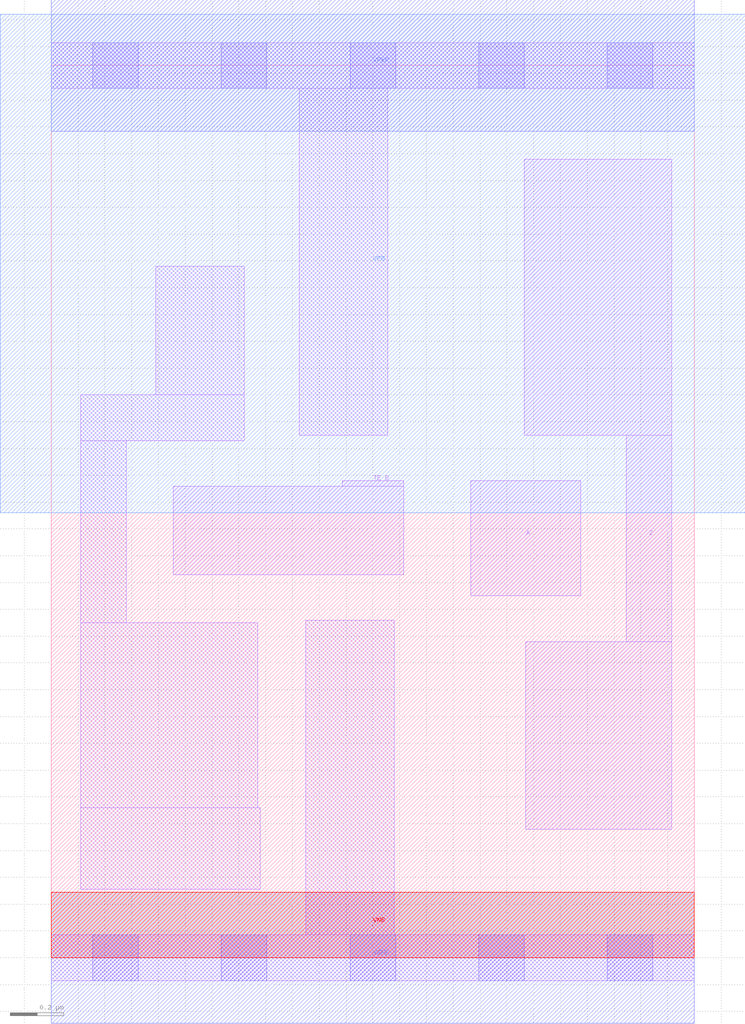
<source format=lef>
# Copyright 2020 The SkyWater PDK Authors
#
# Licensed under the Apache License, Version 2.0 (the "License");
# you may not use this file except in compliance with the License.
# You may obtain a copy of the License at
#
#     https://www.apache.org/licenses/LICENSE-2.0
#
# Unless required by applicable law or agreed to in writing, software
# distributed under the License is distributed on an "AS IS" BASIS,
# WITHOUT WARRANTIES OR CONDITIONS OF ANY KIND, either express or implied.
# See the License for the specific language governing permissions and
# limitations under the License.
#
# SPDX-License-Identifier: Apache-2.0

VERSION 5.7 ;
  NOWIREEXTENSIONATPIN ON ;
  DIVIDERCHAR "/" ;
  BUSBITCHARS "[]" ;
MACRO sky130_fd_sc_ls__einvn_1
  CLASS CORE ;
  FOREIGN sky130_fd_sc_ls__einvn_1 ;
  ORIGIN  0.000000  0.000000 ;
  SIZE  2.400000 BY  3.330000 ;
  SYMMETRY X Y ;
  SITE unit ;
  PIN A
    ANTENNAGATEAREA  0.279000 ;
    DIRECTION INPUT ;
    USE SIGNAL ;
    PORT
      LAYER li1 ;
        RECT 1.565000 1.350000 1.975000 1.780000 ;
    END
  END A
  PIN TE_B
    ANTENNAGATEAREA  0.327000 ;
    DIRECTION INPUT ;
    USE SIGNAL ;
    PORT
      LAYER li1 ;
        RECT 0.455000 1.430000 1.315000 1.760000 ;
        RECT 1.085000 1.760000 1.315000 1.780000 ;
    END
  END TE_B
  PIN Z
    ANTENNADIFFAREA  0.541300 ;
    DIRECTION OUTPUT ;
    USE SIGNAL ;
    PORT
      LAYER li1 ;
        RECT 1.765000 1.950000 2.315000 2.980000 ;
        RECT 1.770000 0.480000 2.315000 1.180000 ;
        RECT 2.145000 1.180000 2.315000 1.950000 ;
    END
  END Z
  PIN VGND
    DIRECTION INOUT ;
    SHAPE ABUTMENT ;
    USE GROUND ;
    PORT
      LAYER met1 ;
        RECT 0.000000 -0.245000 2.400000 0.245000 ;
    END
  END VGND
  PIN VNB
    DIRECTION INOUT ;
    USE GROUND ;
    PORT
      LAYER pwell ;
        RECT 0.000000 0.000000 2.400000 0.245000 ;
    END
  END VNB
  PIN VPB
    DIRECTION INOUT ;
    USE POWER ;
    PORT
      LAYER nwell ;
        RECT -0.190000 1.660000 2.590000 3.520000 ;
    END
  END VPB
  PIN VPWR
    DIRECTION INOUT ;
    SHAPE ABUTMENT ;
    USE POWER ;
    PORT
      LAYER met1 ;
        RECT 0.000000 3.085000 2.400000 3.575000 ;
    END
  END VPWR
  OBS
    LAYER li1 ;
      RECT 0.000000 -0.085000 2.400000 0.085000 ;
      RECT 0.000000  3.245000 2.400000 3.415000 ;
      RECT 0.110000  0.255000 0.780000 0.560000 ;
      RECT 0.110000  0.560000 0.770000 1.250000 ;
      RECT 0.110000  1.250000 0.280000 1.930000 ;
      RECT 0.110000  1.930000 0.720000 2.100000 ;
      RECT 0.390000  2.100000 0.720000 2.580000 ;
      RECT 0.925000  1.950000 1.255000 3.245000 ;
      RECT 0.950000  0.085000 1.280000 1.260000 ;
    LAYER mcon ;
      RECT 0.155000 -0.085000 0.325000 0.085000 ;
      RECT 0.155000  3.245000 0.325000 3.415000 ;
      RECT 0.635000 -0.085000 0.805000 0.085000 ;
      RECT 0.635000  3.245000 0.805000 3.415000 ;
      RECT 1.115000 -0.085000 1.285000 0.085000 ;
      RECT 1.115000  3.245000 1.285000 3.415000 ;
      RECT 1.595000 -0.085000 1.765000 0.085000 ;
      RECT 1.595000  3.245000 1.765000 3.415000 ;
      RECT 2.075000 -0.085000 2.245000 0.085000 ;
      RECT 2.075000  3.245000 2.245000 3.415000 ;
  END
END sky130_fd_sc_ls__einvn_1
END LIBRARY

</source>
